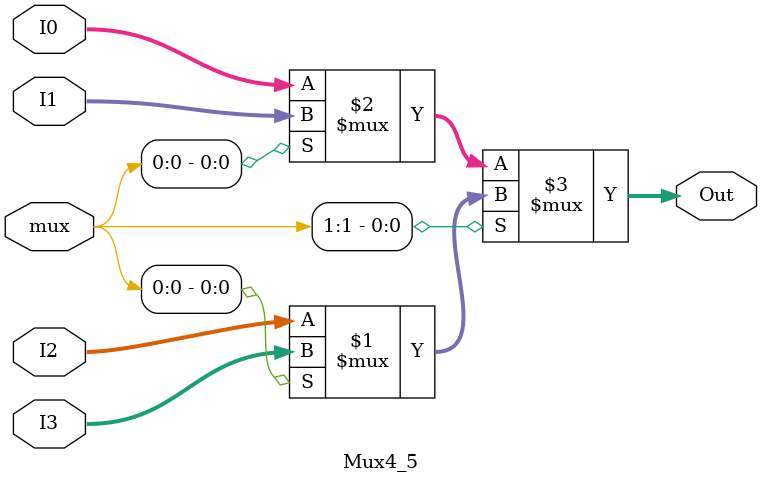
<source format=v>
/*
 * Helping mux modules
 */

module Mux2_32(
				input [31:0] I0, I1,
				input mux,
				output [31:0] Out);
	assign Out = mux?I1:I0;
endmodule

module Mux4_32(
				input [31:0] I0, I1, I2, I3,
				input [1:0] mux,
				output [31:0] Out);
	assign Out = mux[1]?(mux[0]?I3:I2):(mux[0]?I1:I0);
endmodule

module Mux4_5(
				input [4:0] I0, I1, I2, I3,
				input [1:0] mux,
				output [4:0] Out);
	assign Out = mux[1]?(mux[0]?I3:I2):(mux[0]?I1:I0);
endmodule
</source>
